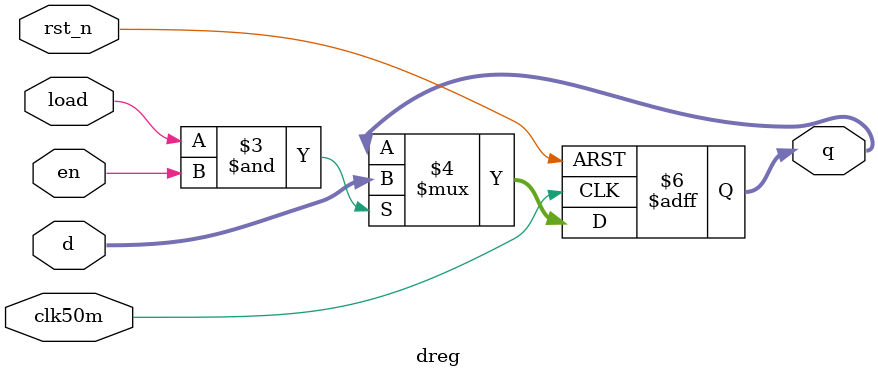
<source format=sv>

module dreg
#(
    parameter W = 16
)
(
    // IO ports
    input       logic                           rst_n,
    input       logic                           clk50m,
    input       logic                           en,
    input       logic                           load,
    input       logic       [W-1 : 0]           d,

    output      logic       [W-1 : 0]           q
);


always_ff @(negedge rst_n or posedge clk50m) begin 
    if (~rst_n) begin
        q <= 'd0;
    end 
    else if (load & en) begin
        q <= d;
    end
end
    
endmodule
</source>
